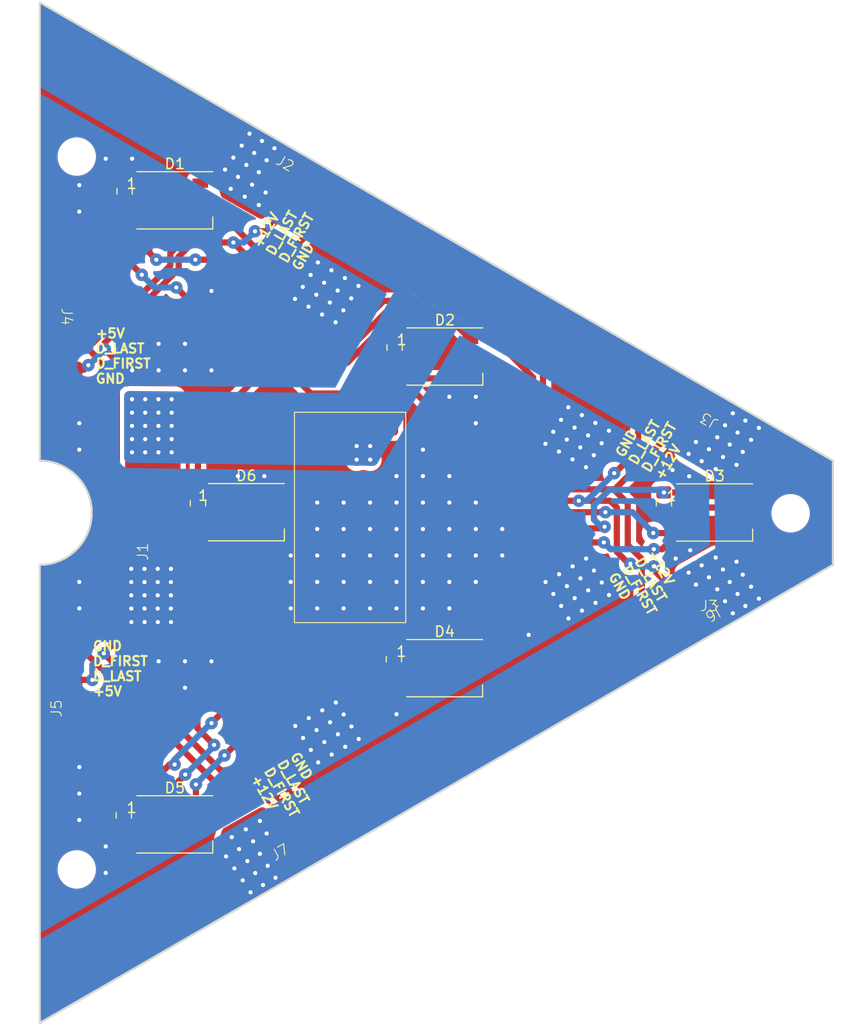
<source format=kicad_pcb>
(kicad_pcb (version 20221018) (generator pcbnew)
  (layers (0 "F.Cu" signal) (31 "B.Cu" signal) (34 "B.Paste" user) (35 "F.Paste" user) (36 "B.SilkS" user "B.Silkscreen") (37 "F.SilkS" user "F.Silkscreen") (38 "B.Mask" user) (39 "F.Mask" user) (44 "Edge.Cuts" user))
  (net 0 "")
  (net 1 "+5V")
  (net 2 "GND")
  (net 3 "+12V")
  (net 5 "/D_12")
  (net 6 "/D_FIRST")
  (net 7 "/D_23")
  (net 8 "/D_34")
  (net 9 "/D_45")
  (net 10 "/D_LAST")
  (net 11 "/D_56")
  (footprint "--local:4_pin_solder_pad" (layer "F.Cu") (at 72.4 99.14 90)
    (fp_text reference "J1")
    (fp_text value "Conn_EXT")
  )
  (footprint "--local:5v buck" (layer "F.Cu") (at 86.47 85.75)
    (fp_text reference "Buck1")
    (fp_text value "~" hide)
  )
  (footprint "MountingHole:MountingHole_3.2mm_M3" (layer "F.Cu") (at 134.15 95.45)
    (fp_text reference "H2")
    (fp_text value "MountingHole")
  )
  (footprint "--local:4_pin_solder_pad" (layer "F.Cu") (at 85.325591 62.285 -30)
    (fp_text reference "J2")
    (fp_text value "Conn_E1_M")
  )
  (footprint "MountingHole:MountingHole_3.2mm_M3" (layer "F.Cu") (at 65.55 61.2)
    (fp_text reference "H1")
    (fp_text value "MountingHole")
  )
  (footprint "Capacitor_SMD:C_0805_2012Metric_Pad1.18x1.45mm_HandSolder" (layer "F.Cu") (at 121.975 94.4875 -90)
    (fp_text reference "C3")
    (fp_text value "100n")
  )
  (footprint "LED_SMD:LED_WS2812B_PLCC4_5.0x5.0mm_P3.2mm" (layer "F.Cu") (at 100.9 110.325)
    (fp_text reference "D4")
    (fp_text value "WS2812B")
  )
  (footprint "LED_SMD:LED_WS2812B_PLCC4_5.0x5.0mm_P3.2mm" (layer "F.Cu") (at 126.85 95.375)
    (fp_text reference "D3")
    (fp_text value "WS2812B")
  )
  (footprint "--local:4_pin_solder_pad" (layer "F.Cu") (at 126.574705 86.12 150)
    (fp_text reference "J3")
    (fp_text value "Conn_E1_F")
  )
  (footprint "LED_SMD:LED_WS2812B_PLCC4_5.0x5.0mm_P3.2mm" (layer "F.Cu") (at 100.925 80.4)
    (fp_text reference "D2")
    (fp_text value "WS2812B")
  )
  (footprint "LED_SMD:LED_WS2812B_PLCC4_5.0x5.0mm_P3.2mm" (layer "F.Cu") (at 74.975 65.4)
    (fp_text reference "D1")
    (fp_text value "WS2812B")
  )
  (footprint "--local:4_pin_solder_pad" (layer "F.Cu") (at 64.1 114.19 90)
    (fp_text reference "J5")
    (fp_text value "Conn_OTH_F")
  )
  (footprint "--local:4_pin_solder_pad" (layer "F.Cu") (at 126.55 104.65 -150)
    (fp_text reference "J6")
    (fp_text value "Conn_E2_F")
  )
  (footprint "--local:4_pin_solder_pad" (layer "F.Cu") (at 64.1 76.575 -90)
    (fp_text reference "J4")
    (fp_text value "Conn_OTH_M")
  )
  (footprint "LED_SMD:LED_WS2812B_PLCC4_5.0x5.0mm_P3.2mm" (layer "F.Cu") (at 74.975 125.325)
    (fp_text reference "D5")
    (fp_text value "WS2812B")
  )
  (footprint "--local:4_pin_solder_pad" (layer "F.Cu") (at 85.325591 128.44 30)
    (fp_text reference "J7")
    (fp_text value "Conn_E2_M")
  )
  (footprint "Capacitor_SMD:C_0805_2012Metric_Pad1.18x1.45mm_HandSolder" (layer "F.Cu") (at 96.025 109.4625 -90)
    (fp_text reference "C4")
    (fp_text value "100n")
  )
  (footprint "Capacitor_SMD:C_0805_2012Metric_Pad1.18x1.45mm_HandSolder" (layer "F.Cu") (at 70.15 64.5375 -90)
    (fp_text reference "C1")
    (fp_text value "100n")
  )
  (footprint "LED_SMD:LED_WS2812B_PLCC4_5.0x5.0mm_P3.2mm" (layer "F.Cu") (at 81.85 95.35)
    (fp_text reference "D6")
    (fp_text value "WS2812B")
  )
  (footprint "MountingHole:MountingHole_3.2mm_M3" (layer "F.Cu") (at 65.55 129.65)
    (fp_text reference "H3")
    (fp_text value "MountingHole")
  )
  (footprint "Capacitor_SMD:C_0805_2012Metric_Pad1.18x1.45mm_HandSolder" (layer "F.Cu") (at 70.075 124.4625 -90)
    (fp_text reference "C5")
    (fp_text value "100n")
  )
  (footprint "Capacitor_SMD:C_0805_2012Metric_Pad1.18x1.45mm_HandSolder" (layer "F.Cu") (at 96.1 79.5375 -90)
    (fp_text reference "C2")
    (fp_text value "100n")
  )
  (footprint "Capacitor_SMD:C_0805_2012Metric_Pad1.18x1.45mm_HandSolder" (layer "F.Cu") (at 77.2 94.4875 -90)
    (fp_text reference "C6")
    (fp_text value "100n")
  )
  (gr_line (start 62 46.4) (end 62 90.4) (stroke (width 0.2)) (layer "Edge.Cuts"))
  (gr_line (start 62 100.4) (end 62 144.4) (stroke (width 0.2)) (layer "Edge.Cuts"))
  (gr_arc (start 62 90.4) (mid 67 95.4) (end 62 100.4) (stroke (width 0.2)) (layer "Edge.Cuts"))
  (gr_line (start 138.210236 90.4) (end 62 46.4) (stroke (width 0.2)) (layer "Edge.Cuts"))
  (gr_line (start 62 144.4) (end 138.210236 100.4) (stroke (width 0.2)) (layer "Edge.Cuts"))
  (gr_line (start 138.210236 100.4) (end 138.210236 90.4) (stroke (width 0.2)) (layer "Edge.Cuts"))
  (gr_text "GND\nD_LAST\nD_FIRST\n+12V" (at 84.5 119.5 300) (layer "F.SilkS") (effects (font (size 0.9 0.9) (thickness 0.2) bold) (justify left)))
  (gr_text "+12V\nD_LAST\nD_FIRST\nGND" (at 84.675 71.025 60) (layer "F.SilkS") (effects (font (size 0.9 0.9) (thickness 0.2) bold) (justify left)))
  (gr_text "+12V\nD_LAST\nD_FIRST\nGND" (at 118.85 100.075 300) (layer "F.SilkS") (effects (font (size 0.9 0.9) (thickness 0.2) bold) (justify left)))
  (gr_text "J3" (at 126.324705 104.346987) (layer "F.SilkS") (effects (font (size 1 1) (thickness 0.1))))
  (gr_text "GND\nD_FIRST\nD_LAST\n+5V" (at 67 110.375) (layer "F.SilkS") (effects (font (size 0.9 0.9) (thickness 0.2) bold) (justify left)))
  (gr_text "+5V\nD_LAST\nD_FIRST\nGND" (at 67.275 80.35) (layer "F.SilkS") (effects (font (size 0.9 0.9) (thickness 0.2) bold) (justify left)))
  (gr_text "GND\nD_LAST\nD_FIRST\n+12V" (at 119.525 91.125 60) (layer "F.SilkS") (effects (font (size 0.9 0.9) (thickness 0.2) bold) (justify left)))
  (segment (start 70.15 63.5) (end 72.275 63.5) (width 0.6) (layer "F.Cu") (net 1))
  (segment (start 124.125 93.45) (end 124.4 93.725) (width 0.6) (layer "F.Cu") (net 1))
  (segment (start 94.15 81.95) (end 94.15 79.95) (width 0.6) (layer "F.Cu") (net 1))
  (segment (start 77.2 93.45) (end 79.15 93.45) (width 0.6) (layer "F.Cu") (net 1))
  (segment (start 86.1 82) (end 88.05 83.95) (width 0.6) (layer "F.Cu") (net 1))
  (segment (start 83.3 81.95) (end 83.35 82) (width 0.6) (layer "F.Cu") (net 1))
  (segment (start 98.225 78.5) (end 98.475 78.75) (width 0.6) (layer "F.Cu") (net 1))
  (segment (start 74.472275 119.577725) (end 72.525 121.525) (width 0.6) (layer "F.Cu") (net 1))
  (segment (start 83.35 82) (end 86.1 82) (width 0.6) (layer "F.Cu") (net 1))
  (segment (start 88.05 83.95) (end 92.15 83.95) (width 0.6) (layer "F.Cu") (net 1))
  (segment (start 68.15 68.9) (end 67.05 70) (width 0.6) (layer "F.Cu") (net 1))
  (segment (start 96.025 108.425) (end 85.675 108.425) (width 0.6) (layer "F.Cu") (net 1))
  (segment (start 72.275 123.425) (end 72.525 123.675) (width 0.6) (layer "F.Cu") (net 1))
  (segment (start 85.675 108.425) (end 78.5 115.6) (width 0.6) (layer "F.Cu") (net 1))
  (segment (start 65.19 114.19) (end 64.1 114.19) (width 0.6) (layer "F.Cu") (net 1))
  (segment (start 96.025 108.425) (end 98.2 108.425) (width 0.6) (layer "F.Cu") (net 1))
  (segment (start 70.15 63.55) (end 70.15 63.5) (width 0.6) (layer "F.Cu") (net 1))
  (segment (start 95.6 78.5) (end 96.1 78.5) (width 0.6) (layer "F.Cu") (net 1))
  (segment (start 111.125 96.9) (end 98.025 83.8) (width 0.6) (layer "F.Cu") (net 1))
  (segment (start 83.3 81.95) (end 75.118149 73.768149) (width 0.6) (layer "F.Cu") (net 1))
  (segment (start 70.075 123.425) (end 72.275 123.425) (width 0.6) (layer "F.Cu") (net 1))
  (segment (start 112.45 96.9) (end 111.85 96.9) (width 0.6) (layer "F.Cu") (net 1))
  (segment (start 98.2 108.425) (end 98.45 108.675) (width 0.6) (layer "F.Cu") (net 1))
  (segment (start 100.075 108.675) (end 98.45 108.675) (width 0.6) (layer "F.Cu") (net 1))
  (segment (start 88.05 83.95) (end 88.05 86.85) (width 0.6) (layer "F.Cu") (net 1))
  (segment (start 96.1 78.5) (end 98.225 78.5) (width 0.6) (layer "F.Cu") (net 1))
  (segment (start 72.525 121.525) (end 72.525 123.675) (width 0.6) (layer "F.Cu") (net 1))
  (segment (start 72.275 63.5) (end 72.525 63.75) (width 0.6) (layer "F.Cu") (net 1))
  (segment (start 79.15 93.45) (end 79.4 93.7) (width 0.6) (layer "F.Cu") (net 1))
  (segment (start 74.957848 119.577725) (end 74.472275 119.577725) (width 0.6) (layer "F.Cu") (net 1))
  (segment (start 67.05 74.15) (end 64.625 76.575) (width 0.6) (layer "F.Cu") (net 1))
  (segment (start 94.15 79.95) (end 95.6 78.5) (width 0.6) (layer "F.Cu") (net 1))
  (segment (start 116.124284 96.9) (end 111.125 96.9) (width 0.6) (layer "F.Cu") (net 1))
  (segment (start 111.85 96.9) (end 100.075 108.675) (width 0.6) (layer "F.Cu") (net 1))
  (segment (start 68.15 68.9) (end 68.15 65.55) (width 0.6) (layer "F.Cu") (net 1))
  (segment (start 71.8 72.55) (end 68.15 68.9) (width 0.6) (layer "F.Cu") (net 1))
  (segment (start 121.975 93.45) (end 124.125 93.45) (width 0.6) (layer "F.Cu") (net 1))
  (segment (start 77.2 88.05) (end 77.2 93.45) (width 0.6) (layer "F.Cu") (net 1))
  (segment (start 83.3 81.95) (end 77.2 88.05) (width 0.6) (layer "F.Cu") (net 1))
  (segment (start 72.525 121.525) (end 65.19 114.19) (width 0.6) (layer "F.Cu") (net 1))
  (segment (start 64.625 76.575) (end 64.1 76.575) (width 0.6) (layer "F.Cu") (net 1))
  (segment (start 68.15 65.55) (end 70.15 63.55) (width 0.6) (layer "F.Cu") (net 1))
  (segment (start 92.15 83.95) (end 94.15 81.95) (width 0.6) (layer "F.Cu") (net 1))
  (segment (start 98.025 83.8) (end 96 83.8) (width 0.6) (layer "F.Cu") (net 1))
  (segment (start 67.05 70) (end 67.05 74.15) (width 0.6) (layer "F.Cu") (net 1))
  (segment (start 116.276677 96.747607) (end 116.124284 96.9) (width 0.6) (layer "F.Cu") (net 1))
  (segment (start 96 83.8) (end 94.15 81.95) (width 0.6) (layer "F.Cu") (net 1))
  (via (at 74.957848 119.577725) (size 1.2) (drill 0.4) (layers "F.Cu" "B.Cu") (net 1))
  (via (at 78.5 115.6) (size 1.2) (drill 0.4) (layers "F.Cu" "B.Cu") (net 1))
  (via (at 71.8 72.55) (size 1.2) (drill 0.4) (layers "F.Cu" "B.Cu") (net 1))
  (via (at 116.276677 96.747607) (size 1.2) (drill 0.4) (layers "F.Cu" "B.Cu") (net 1))
  (via (at 75.118149 73.768149) (size 1.2) (drill 0.4) (layers "F.Cu" "B.Cu") (net 1))
  (via (at 121.975 93.45) (size 1.2) (drill 0.4) (layers "F.Cu" "B.Cu") (net 1))
  (segment (start 115.25 94.68187) (end 115.25 96.05) (width 0.6) (layer "B.Cu") (net 1))
  (segment (start 73.018149 73.768149) (end 71.8 72.55) (width 0.6) (layer "B.Cu") (net 1))
  (segment (start 116.73187 93.2) (end 115.25 94.68187) (width 0.6) (layer "B.Cu") (net 1))
  (segment (start 115.25 96.05) (end 115.947607 96.747607) (width 0.6) (layer "B.Cu") (net 1))
  (segment (start 121.725 93.2) (end 116.73187 93.2) (width 0.6) (layer "B.Cu") (net 1))
  (segment (start 74.957848 119.577725) (end 74.957848 119.092152) (width 0.6) (layer "B.Cu") (net 1))
  (segment (start 75.118149 73.768149) (end 73.018149 73.768149) (width 0.6) (layer "B.Cu") (net 1))
  (segment (start 115.947607 96.747607) (end 116.276677 96.747607) (width 0.6) (layer "B.Cu") (net 1))
  (segment (start 78.45 115.6) (end 78.5 115.6) (width 0.6) (layer "B.Cu") (net 1))
  (segment (start 74.957848 119.092152) (end 78.45 115.6) (width 0.6) (layer "B.Cu") (net 1))
  (segment (start 121.975 93.45) (end 121.725 93.2) (width 0.6) (layer "B.Cu") (net 1))
  (via (at 89.123872 76.365286) (size 1.2) (drill 0.4) (layers "F.Cu" "B.Cu") (net 2))
  (via (at 75.95675 109.664218) (size 1.2) (drill 0.4) (layers "F.Cu" "B.Cu") (net 2))
  (via (at 98.81675 96.964218) (size 1.2) (drill 0.4) (layers "F.Cu" "B.Cu") (net 2))
  (via (at 65.79675 66.484218) (size 1.2) (drill 0.4) (layers "F.Cu" "B.Cu") (net 2))
  (via (at 73.33 102.06) (size 1.2) (drill 0.4) (layers "F.Cu" "B.Cu") (net 2))
  (via (at 65.79675 122.364218) (size 1.2) (drill 0.4) (layers "F.Cu" "B.Cu") (net 2))
  (via (at 70.87675 61.404218) (size 1.2) (drill 0.4) (layers "F.Cu" "B.Cu") (net 2))
  (via (at 78.49675 109.664218) (size 1.2) (drill 0.4) (layers "F.Cu" "B.Cu") (net 2))
  (via (at 103.89675 94.424218) (size 1.2) (drill 0.4) (layers "F.Cu" "B.Cu") (net 2))
  (via (at 74.61 105.9) (size 1.2) (drill 0.4) (layers "F.Cu" "B.Cu") (net 2))
  (via (at 75.95675 112.204218) (size 1.2) (drill 0.4) (layers "F.Cu" "B.Cu") (net 2))
  (via (at 124.5 99) (size 1.2) (drill 0.4) (layers "F.Cu" "B.Cu") (net 2))
  (via (at 114.48926 91.025301) (size 1.2) (drill 0.4) (layers "F.Cu" "B.Cu") (net 2))
  (via (at 112.63926 88.375301) (size 1.2) (drill 0.4) (layers "F.Cu" "B.Cu") (net 2))
  (via (at 122.8 91.3) (size 1.2) (drill 0.4) (layers "F.Cu" "B.Cu") (net 2))
  (via (at 90.046657 118.622142) (size 1.2) (drill 0.4) (layers "F.Cu" "B.Cu") (net 2))
  (via (at 106.43675 96.964218) (size 1.2) (drill 0.4) (layers "F.Cu" "B.Cu") (net 2))
  (via (at 86.523872 74.865286) (size 1.2) (drill 0.4) (layers "F.Cu" "B.Cu") (net 2))
  (via (at 87.273872 73.715286) (size 1.2) (drill 0.4) (layers "F.Cu" "B.Cu") (net 2))
  (via (at 88.723872 71.365286) (size 1.2) (drill 0.4) (layers "F.Cu" "B.Cu") (net 2))
  (via (at 93.73675 94.424218) (size 1.2) (drill 0.4) (layers "F.Cu" "B.Cu") (net 2))
  (via (at 96.27675 99.504218) (size 1.2) (drill 0.4) (layers "F.Cu" "B.Cu") (net 2))
  (via (at 91.946657 115.922142) (size 1.2) (drill 0.4) (layers "F.Cu" "B.Cu") (net 2))
  (via (at 92.623872 73.615286) (size 1.2) (drill 0.4) (layers "F.Cu" "B.Cu") (net 2))
  (via (at 101.35675 91.884218) (size 1.2) (drill 0.4) (layers "F.Cu" "B.Cu") (net 2))
  (via (at 110.58926 88.775301) (size 1.2) (drill 0.4) (layers "F.Cu" "B.Cu") (net 2))
  (via (at 101.35675 102.044218) (size 1.2) (drill 0.4) (layers "F.Cu" "B.Cu") (net 2))
  (via (at 88.65675 96.964218) (size 1.2) (drill 0.4) (layers "F.Cu" "B.Cu") (net 2))
  (via (at 93.73675 102.044218) (size 1.2) (drill 0.4) (layers "F.Cu" "B.Cu") (net 2))
  (via (at 81.03675 91.884218) (size 1.2) (drill 0.4) (layers "F.Cu" "B.Cu") (net 2))
  (via (at 113.4 103.6) (size 1.2) (drill 0.4) (layers "F.Cu" "B.Cu") (net 2))
  (via (at 115.23926 89.875301) (size 1.2) (drill 0.4) (layers "F.Cu" "B.Cu") (net 2))
  (via (at 91.19675 104.584218) (size 1.2) (drill 0.4) (layers "F.Cu" "B.Cu") (net 2))
  (via (at 68.33675 127.444218) (size 1.2) (drill 0.4) (layers "F.Cu" "B.Cu") (net 2))
  (via (at 101.35675 104.584218) (size 1.2) (drill 0.4) (layers "F.Cu" "B.Cu") (net 2))
  (via (at 113.95 101.7) (size 1.2) (drill 0.4) (layers "F.Cu" "B.Cu") (net 2))
  (via (at 98.81675 102.044218) (size 1.2) (drill 0.4) (layers "F.Cu" "B.Cu") (net 2))
  (via (at 101.35675 84.264218) (size 1.2) (drill 0.4) (layers "F.Cu" "B.Cu") (net 2))
  (via (at 91.346657 117.872142) (size 1.2) (drill 0.4) (layers "F.Cu" "B.Cu") (net 2))
  (via (at 114.1 104.8) (size 1.2) (drill 0.4) (layers "F.Cu" "B.Cu") (net 2))
  (via (at 72.07 105.9) (size 1.2) (drill 0.4) (layers "F.Cu" "B.Cu") (net 2))
  (via (at 116.7 103.3) (size 1.2) (drill 0.4) (layers "F.Cu" "B.Cu") (net 2))
  (via (at 68.33675 129.984218) (size 1.2) (drill 0.4) (layers "F.Cu" "B.Cu") (net 2))
  (via (at 88.65675 104.584218) (size 1.2) (drill 0.4) (layers "F.Cu" "B.Cu") (net 2))
  (via (at 112.1 104.35) (size 1.2) (drill 0.4) (layers "F.Cu" "B.Cu") (net 2))
  (via (at 70.87675 81.724218) (size 1.2) (drill 0.4) (layers "F.Cu" "B.Cu") (net 2))
  (via (at 65.79675 124.904218) (size 1.2) (drill 0.4) (layers "F.Cu" "B.Cu") (net 2))
  (via (at 98.81675 94.424218) (size 1.2) (drill 0.4) (layers "F.Cu" "B.Cu") (net 2))
  (via (at 114.5 99.8) (size 1.2) (drill 0.4) (layers "F.Cu" "B.Cu") (net 2))
  (via (at 89.896657 115.522142) (size 1.2) (drill 0.4) (layers "F.Cu" "B.Cu") (net 2))
  (via (at 75.95675 79.184218) (size 1.2) (drill 0.4) (layers "F.Cu" "B.Cu") (net 2))
  (via (at 86.11675 104.584218) (size 1.2) (drill 0.4) (layers "F.Cu" "B.Cu") (net 2))
  (via (at 91.19675 94.424218) (size 1.2) (drill 0.4) (layers "F.Cu" "B.Cu") (net 2))
  (via (at 116.68926 87.525301) (size 1.2) (drill 0.4) (layers "F.Cu" "B.Cu") (net 2))
  (via (at 74.6 104.6) (size 1.2) (drill 0.4) (layers "F.Cu" "B.Cu") (net 2))
  (via (at 65.79675 86.804218) (size 1.2) (drill 0.4) (layers "F.Cu" "B.Cu") (net 2))
  (via (at 65.79675 89.344218) (size 1.2) (drill 0.4) (layers "F.Cu" "B.Cu") (net 2))
  (via (at 73.33 100.79) (size 1.2) (drill 0.4) (layers "F.Cu" "B.Cu") (net 2))
  (via (at 88.573872 74.465286) (size 1.2) (drill 0.4) (layers "F.Cu" "B.Cu") (net 2))
  (via (at 90.423872 77.115286) (size 1.2) (drill 0.4) (layers "F.Cu" "B.Cu") (net 2))
  (via (at 87.823872 75.615286) (size 1.2) (drill 0.4) (layers "F.Cu" "B.Cu") (net 2))
  (via (at 103.89675 84.264218) (size 1.2) (drill 0.4) (layers "F.Cu" "B.Cu") (net 2))
  (via (at 88.65675 94.424218) (size 1.2) (drill 0.4) (layers "F.Cu" "B.Cu") (net 2))
  (via (at 68.33675 61.404218) (size 1.2) (drill 0.4) (layers "F.Cu" "B.Cu") (net 2))
  (via (at 101.35675 99.504218) (size 1.2) (drill 0.4) (layers "F.Cu" "B.Cu") (net 2))
  (via (at 110.6 102.05) (size 1.2) (drill 0.4) (layers "F.Cu" "B.Cu") (net 2))
  (via (at 115.38926 86.775301) (size 1.2) (drill 0.4) (layers "F.Cu" "B.Cu") (net 2))
  (via (at 87.296657 117.022142) (size 1.2) (drill 0.4) (layers "F.Cu" "B.Cu") (net 2))
  (via (at 111.35 103.2) (size 1.2) (drill 0.4) (layers "F.Cu" "B.Cu") (net 2))
  (via (at 106.43675 99.504218) (size 1.2) (drill 0.4) (layers "F.Cu" "B.Cu") (net 2))
  (via (at 90.446657 113.622142) (size 1.2) (drill 0.4) (layers "F.Cu" "B.Cu") (net 2))
  (via (at 103.89675 99.504218) (size 1.2) (drill 0.4) (layers "F.Cu" "B.Cu") (net 2))
  (via (at 90.023872 72.115286) (size 1.2) (drill 0.4) (layers "F.Cu" "B.Cu") (net 2))
  (via (at 114.08926 86.025301) (size 1.2) (drill 0.4) (layers "F.Cu" "B.Cu") (net 2))
  (via (at 86.11675 102.044218) (size 1.2) (drill 0.4) (layers "F.Cu" "B.Cu") (net 2))
  (via (at 89.873872 75.215286) (size 1.2) (drill 0.4) (layers "F.Cu" "B.Cu") (net 2))
  (via (at 115.4 104.05) (size 1.2) (drill 0.4) (layers "F.Cu" "B.Cu") (net 2))
  (via (at 89.146657 114.372142) (size 1.2) (drill 0.4) (layers "F.Cu" "B.Cu") (net 2))
  (via (at 112.08926 86.475301) (size 1.2) (drill 0.4) (layers "F.Cu" "B.Cu") (net 2))
  (via (at 113.2 100.55) (size 1.2) (drill 0.4) (layers "F.Cu" "B.Cu") (net 2))
  (via (at 124.4 91.9) (size 1.2) (drill 0.4) (layers "F.Cu" "B.Cu") (net 2))
  (via (at 93.73675 96.964218) (size 1.2) (drill 0.4) (layers "F.Cu" "B.Cu") (net 2))
  (via (at 88.746657 119.372142) (size 1.2) (drill 0.4) (layers "F.Cu" "B.Cu") (net 2))
  (via (at 88.65675 99.504218) (size 1.2) (drill 0.4) (layers "F.Cu" "B.Cu") (net 2))
  (via (at 108.97675 107.124218) (size 1.2) (drill 0.4) (layers "F.Cu" "B.Cu") (net 2))
  (via (at 65.79675 104.584218) (size 1.2) (drill 0.4) (layers "F.Cu" "B.Cu") (net 2))
  (via (at 98.81675 99.504218) (size 1.2) (drill 0.4) (layers "F.Cu" "B.Cu") (net 2))
  (via (at 114.7 102.85) (size 1.2) (drill 0.4) (layers "F.Cu" "B.Cu") (net 2))
  (via (at 72.06 102.06) (size 1.2) (drill 0.4) (layers "F.Cu" "B.Cu") (net 2))
  (via (at 91.923872 74.815286) (size 1.2) (drill 0.4) (layers "F.Cu" "B.Cu") (net 2))
  (via (at 86.546657 115.872142) (size 1.2) (drill 0.4) (layers "F.Cu" "B.Cu") (net 2))
  (via (at 72.06 103.33) (size 1.2) (drill 0.4) (layers "F.Cu" "B.Cu") (net 2))
  (via (at 91.173872 75.965286) (size 1.2) (drill 0.4) (layers "F.Cu" "B.Cu") (net 2))
  (via (at 90.646657 116.672142) (size 1.2) (drill 0.4) (layers "F.Cu" "B.Cu") (net 2))
  (via (at 89.323872 73.315286) (size 1.2) (drill 0.4) (layers "F.Cu" "B.Cu") (net 2))
  (via (at 87.846657 115.122142) (size 1.2) (drill 0.4) (layers "F.Cu" "B.Cu") (net 2))
  (via (at 111.33926 87.625301) (size 1.2) (drill 0.4) (layers "F.Cu" "B.Cu") (net 2))
  (via (at 113.38926 87.225301) (size 1.2) (drill 0.4) (layers "F.Cu" "B.Cu") (net 2))
  (via (at 111.88926 89.525301) (size 1.2) (drill 0.4) (layers "F.Cu" "B.Cu") (net 2))
  (via (at 65.79675 102.044218) (size 1.2) (drill 0.4) (layers "F.Cu" "B.Cu") (net 2))
  (via (at 73.41675 81.724218) (size 1.2) (drill 0.4) (layers "F.Cu" "B.Cu") (net 2))
  (via (at 73.34 105.9) (size 1.2) (drill 0.4) (layers "F.Cu" "B.Cu") (net 2))
  (via (at 65.79675 63.944218) (size 1.2) (drill 0.4) (layers "F.Cu" "B.Cu") (net 2))
  (via (at 70.79 103.33) (size 1.2) (drill 0.4) (layers "F.Cu" "B.Cu") (net 2))
  (via (at 88.65675 102.044218) (size 1.2) (drill 0.4) (layers "F.Cu" "B.Cu") (net 2))
  (via (at 114.68926 87.975301) (size 1.2) (drill 0.4) (layers "F.Cu" "B.Cu") (net 2))
  (via (at 112.78926 85.275301) (size 1.2) (drill 0.4) (layers "F.Cu" "B.Cu") (net 2))
  (via (at 115.98926 88.725301) (size 1.2) (drill 0.4) (layers "F.Cu" "B.Cu") (net 2))
  (via (at 70.79 104.6) (size 1.2) (drill 0.4) (layers "F.Cu" "B.Cu") (net 2))
  (via (at 101.35675 96.964218) (size 1.2) (drill 0.4) (layers "F.Cu" "B.Cu") (net 2))
  (via (at 93.73675 104.584218) (size 1.2) (drill 0.4) (layers "F.Cu" "B.Cu") (net 2))
  (via (at 103.89675 86.804218) (size 1.2) (drill 0.4) (layers "F.Cu" "B.Cu") (net 2))
  (via (at 88.596657 116.272142) (size 1.2) (drill 0.4) (layers "F.Cu" "B.Cu") (net 2))
  (via (at 70.8 105.9) (size 1.2) (drill 0.4) (layers "F.Cu" "B.Cu") (net 2))
  (via (at 96.27675 91.884218) (size 1.2) (drill 0.4) (layers "F.Cu" "B.Cu") (net 2))
  (via (at 73.33 103.33) (size 1.2) (drill 0.4) (layers "F.Cu" "B.Cu") (net 2))
  (via (at 91.19675 99.504218) (size 1.2) (drill 0.4) (layers "F.Cu" "B.Cu") (net 2))
  (via (at 115.25 100.95) (size 1.2) (drill 0.4) (layers "F.Cu" "B.Cu") (net 2))
  (via (at 70.79 100.79) (size 1.2) (drill 0.4) (layers "F.Cu" "B.Cu") (net 2))
  (via (at 73.33 104.6) (size 1.2) (drill 0.4) (layers "F.Cu" "B.Cu") (net 2))
  (via (at 78.49675 74.104218) (size 1.2) (drill 0.4) (layers "F.Cu" "B.Cu") (net 2))
  (via (at 91.19675 102.044218) (size 1.2) (drill 0.4) (layers "F.Cu" "B.Cu") (net 2))
  (via (at 91.19675 96.964218) (size 1.2) (drill 0.4) (layers "F.Cu" "B.Cu") (net 2))
  (via (at 98.81675 89.344218) (size 1.2) (drill 0.4) (layers "F.Cu" "B.Cu") (net 2))
  (via (at 65.79675 119.824218) (size 1.2) (drill 0.4) (layers "F.Cu" "B.Cu") (net 2))
  (via (at 103.89675 102.044218) (size 1.2) (drill 0.4) (layers "F.Cu" "B.Cu") (net 2))
  (via (at 96.27675 104.584218) (size 1.2) (drill 0.4) (layers "F.Cu" "B.Cu") (net 2))
  (via (at 96.27675 102.044218) (size 1.2) (drill 0.4) (layers "F.Cu" "B.Cu") (net 2))
  (via (at 112.8 105.55) (size 1.2) (drill 0.4) (layers "F.Cu" "B.Cu") (net 2))
  (via (at 75.95675 81.724218) (size 1.2) (drill 0.4) (layers "F.Cu" "B.Cu") (net 2))
  (via (at 112.65 102.45) (size 1.2) (drill 0.4) (layers "F.Cu" "B.Cu") (net 2))
  (via (at 74.6 103.33) (size 1.2) (drill 0.4) (layers "F.Cu" "B.Cu") (net 2))
  (via (at 88.046657 118.172142) (size 1.2) (drill 0.4) (layers "F.Cu" "B.Cu") (net 2))
  (via (at 98.81675 91.884218) (size 1.2) (drill 0.4) (layers "F.Cu" "B.Cu") (net 2))
  (via (at 90.623872 74.065286) (size 1.2) (drill 0.4) (layers "F.Cu" "B.Cu") (net 2))
  (via (at 72.06 104.6) (size 1.2) (drill 0.4) (layers "F.Cu" "B.Cu") (net 2))
  (via (at 73.41675 109.664218) (size 1.2) (drill 0.4) (layers "F.Cu" "B.Cu") (net 2))
  (via (at 96.27675 94.424218) (size 1.2) (drill 0.4) (layers "F.Cu" "B.Cu") (net 2))
  (via (at 78.49675 81.724218) (size 1.2) (drill 0.4) (layers "F.Cu" "B.Cu") (net 2))
  (via (at 86.11675 99.504218) (size 1.2) (drill 0.4) (layers "F.Cu" "B.Cu") (net 2))
  (via (at 103.89675 96.964218) (size 1.2) (drill 0.4) (layers "F.Cu" "B.Cu") (net 2))
  (via (at 88.023872 72.565286) (size 1.2) (drill 0.4) (layers "F.Cu" "B.Cu") (net 2))
  (via (at 83.57675 91.884218) (size 1.2) (drill 0.4) (layers "F.Cu" "B.Cu") (net 2))
  (via (at 123.1 99.8) (size 1.2) (drill 0.4) (layers "F.Cu" "B.Cu") (net 2))
  (via (at 92.646657 117.122142) (size 1.2) (drill 0.4) (layers "F.Cu" "B.Cu") (net 2))
  (via (at 98.81675 104.584218) (size 1.2) (drill 0.4) (layers "F.Cu" "B.Cu") (net 2))
  (via (at 72.06 100.79) (size 1.2) (drill 0.4) (layers "F.Cu" "B.Cu") (net 2))
  (via (at 74.6 100.79) (size 1.2) (drill 0.4) (layers "F.Cu" "B.Cu") (net 2))
  (via (at 96.27675 96.964218) (size 1.2) (drill 0.4) (layers "F.Cu" "B.Cu") (net 2))
  (via (at 89.346657 117.422142) (size 1.2) (drill 0.4) (layers "F.Cu" "B.Cu") (net 2))
  (via (at 91.323872 72.865286) (size 1.2) (drill 0.4) (layers "F.Cu" "B.Cu") (net 2))
  (via (at 101.35675 94.424218) (size 1.2) (drill 0.4) (layers "F.Cu" "B.Cu") (net 2))
  (via (at 91.196657 114.772142) (size 1.2) (drill 0.4) (layers "F.Cu" "B.Cu") (net 2))
  (via (at 116 102.1) (size 1.2) (drill 0.4) (layers "F.Cu" "B.Cu") (net 2))
  (via (at 96.27675 114.744218) (size 1.2) (drill 0.4) (layers "F.Cu" "B.Cu") (net 2))
  (via (at 113.18926 90.275301) (size 1.2) (drill 0.4) (layers "F.Cu" "B.Cu") (net 2))
  (via (at 93.73675 99.504218) (size 1.2) (drill 0.4) (layers "F.Cu" "B.Cu") (net 2))
  (via (at 74.6 102.06) (size 1.2) (drill 0.4) (layers "F.Cu" "B.Cu") (net 2))
  (via (at 70.79 102.06) (size 1.2) (drill 0.4) (layers "F.Cu" "B.Cu") (net 2))
  (via (at 73.41675 79.184218) (size 1.2) (drill 0.4) (layers "F.Cu" "B.Cu") (net 2))
  (via (at 111.9 101.3) (size 1.2) (drill 0.4) (layers "F.Cu" "B.Cu") (net 2))
  (via (at 113.93926 89.125301) (size 1.2) (drill 0.4) (layers "F.Cu" "B.Cu") (net 2))
  (via (at 93.75 89) (size 1.2) (drill 0.4) (layers "F.Cu" "B.Cu") (net 3))
  (via (at 70.86 89.6) (size 1.2) (drill 0.4) (layers "F.Cu" "B.Cu") (net 3))
  (via (at 73.4 88.33) (size 1.2) (drill 0.4) (layers "F.Cu" "B.Cu") (net 3))
  (via (at 128.95 90.8) (size 1.2) (drill 0.4) (layers "F.Cu" "B.Cu") (net 3))
  (via (at 73.4 87.06) (size 1.2) (drill 0.4) (layers "F.Cu" "B.Cu") (net 3))
  (via (at 70.86 85.79) (size 1.2) (drill 0.4) (layers "F.Cu" "B.Cu") (net 3))
  (via (at 83.45 131.15) (size 1.2) (drill 0.4) (layers "F.Cu" "B.Cu") (net 3))
  (via (at 93.75 90.3) (size 1.2) (drill 0.4) (layers "F.Cu" "B.Cu") (net 3))
  (via (at 127.65 90.05) (size 1.2) (drill 0.4) (layers "F.Cu" "B.Cu") (net 3))
  (via (at 128.3 88.85) (size 1.2) (drill 0.4) (layers "F.Cu" "B.Cu") (net 3))
  (via (at 129.8 104.35) (size 1.2) (drill 0.4) (layers "F.Cu" "B.Cu") (net 3))
  (via (at 82.15 59) (size 1.2) (drill 0.4) (layers "F.Cu" "B.Cu") (net 3))
  (via (at 126.95 91.2) (size 1.2) (drill 0.4) (layers "F.Cu" "B.Cu") (net 3))
  (via (at 131.1 87.25) (size 1.2) (drill 0.4) (layers "F.Cu" "B.Cu") (net 3))
  (via (at 74.67 85.79) (size 1.2) (drill 0.4) (layers "F.Cu" "B.Cu") (net 3))
  (via (at 128.95 100.1) (size 1.2) (drill 0.4) (layers "F.Cu" "B.Cu") (net 3))
  (via (at 83.8 61.55) (size 1.2) (drill 0.4) (layers "F.Cu" "B.Cu") (net 3))
  (via (at 83.15 128.15) (size 1.2) (drill 0.4) (layers "F.Cu" "B.Cu") (net 3))
  (via (at 83.7 64.65) (size 1.2) (drill 0.4) (layers "F.Cu" "B.Cu") (net 3))
  (via (at 127.1 102.75) (size 1.2) (drill 0.4) (layers "F.Cu" "B.Cu") (net 3))
  (via (at 126.3 89.3) (size 1.2) (drill 0.4) (layers "F.Cu" "B.Cu") (net 3))
  (via (at 82.25 131.85) (size 1.2) (drill 0.4) (layers "F.Cu" "B.Cu") (net 3))
  (via (at 81.85 62) (size 1.2) (drill 0.4) (layers "F.Cu" "B.Cu") (net 3))
  (via (at 70.86 87.06) (size 1.2) (drill 0.4) (layers "F.Cu" "B.Cu") (net 3))
  (via (at 129.05 103.2) (size 1.2) (drill 0.4) (layers "F.Cu" "B.Cu") (net 3))
  (via (at 70.86 84.5) (size 1.2) (drill 0.4) (layers "F.Cu" "B.Cu") (net 3))
  (via (at 92.45 89) (size 1.2) (drill 0.4) (layers "F.Cu" "B.Cu") (net 3))
  (via (at 130.35 102.5) (size 1.2) (drill 0.4) (layers "F.Cu" "B.Cu") (net 3))
  (via (at 81.7 65.05) (size 1.2) (drill 0.4) (layers "F.Cu" "B.Cu") (net 3))
  (via (at 125.05 88.6) (size 1.2) (drill 0.4) (layers "F.Cu" "B.Cu") (net 3))
  (via (at 72.13 84.5) (size 1.2) (drill 0.4) (layers "F.Cu" "B.Cu") (net 3))
  (via (at 83.05 65.85) (size 1.2) (drill 0.4) (layers "F.Cu" "B.Cu") (net 3))
  (via (at 129.8 86.55) (size 1.2) (drill 0.4) (layers "F.Cu" "B.Cu") (net 3))
  (via (at 124.35 89.75) (size 1.2) (drill 0.4) (layers "F.Cu" "B.Cu") (net 3))
  (via (at 82.4 63.9) (size 1.2) (drill 0.4) (layers "F.Cu" "B.Cu") (net 3))
  (via (at 83.35 59.7) (size 1.2) (drill 0.4) (layers "F.Cu" "B.Cu") (net 3))
  (via (at 126.3 101.6) (size 1.2) (drill 0.4) (layers "F.Cu" "B.Cu") (net 3))
  (via (at 92.45 90.3) (size 1.2) (drill 0.4) (layers "F.Cu" "B.Cu") (net 3))
  (via (at 128.6 105.05) (size 1.2) (drill 0.4) (layers "F.Cu" "B.Cu") (net 3))
  (via (at 70.86 88.33) (size 1.2) (drill 0.4) (layers "F.Cu" "B.Cu") (net 3))
  (via (at 72.13 89.6) (size 1.2) (drill 0.4) (layers "F.Cu" "B.Cu") (net 3))
  (via (at 80.35 64.3) (size 1.2) (drill 0.4) (layers "F.Cu" "B.Cu") (net 3))
  (via (at 73.4 89.6) (size 1.2) (drill 0.4) (layers "F.Cu" "B.Cu") (net 3))
  (via (at 74.67 87.06) (size 1.2) (drill 0.4) (layers "F.Cu" "B.Cu") (net 3))
  (via (at 74.67 88.33) (size 1.2) (drill 0.4) (layers "F.Cu" "B.Cu") (net 3))
  (via (at 72.13 87.06) (size 1.2) (drill 0.4) (layers "F.Cu" "B.Cu") (net 3))
  (via (at 127.1 88.15) (size 1.2) (drill 0.4) (layers "F.Cu" "B.Cu") (net 3))
  (via (at 127.65 100.85) (size 1.2) (drill 0.4) (layers "F.Cu" "B.Cu") (net 3))
  (via (at 125.05 102.3) (size 1.2) (drill 0.4) (layers "F.Cu" "B.Cu") (net 3))
  (via (at 81.8 125.8) (size 1.2) (drill 0.4) (layers "F.Cu" "B.Cu") (net 3))
  (via (at 79.9 128.4) (size 1.2) (drill 0.4) (layers "F.Cu" "B.Cu") (net 3))
  (via (at 126.95 99.7) (size 1.2) (drill 0.4) (layers "F.Cu" "B.Cu") (net 3))
  (via (at 128.6 85.85) (size 1.2) (drill 0.4) (layers "F.Cu" "B.Cu") (net 3))
  (via (at 129.05 87.7) (size 1.2) (drill 0.4) (layers "F.Cu" "B.Cu") (net 3))
  (via (at 73.4 85.79) (size 1.2) (drill 0.4) (layers "F.Cu" "B.Cu") (net 3))
  (via (at 81.5 130.7) (size 1.2) (drill 0.4) (layers "F.Cu" "B.Cu") (net 3))
  (via (at 128.3 102.05) (size 1.2) (drill 0.4) (layers "F.Cu" "B.Cu") (net 3))
  (via (at 84.65 130.45) (size 1.2) (drill 0.4) (layers "F.Cu" "B.Cu") (net 3))
  (via (at 129.55 101.35) (size 1.2) (drill 0.4) (layers "F.Cu" "B.Cu") (net 3))
  (via (at 125.6 90.45) (size 1.2) (drill 0.4) (layers "F.Cu" "B.Cu") (net 3))
  (via (at 82.7 130) (size 1.2) (drill 0.4) (layers "F.Cu" "B.Cu") (net 3))
  (via (at 83.05 62.7) (size 1.2) (drill 0.4) (layers "F.Cu" "B.Cu") (net 3))
  (via (at 83.15 125) (size 1.2) (drill 0.4) (layers "F.Cu" "B.Cu") (net 3))
  (via (at 80.7 129.55) (size 1.2) (drill 0.4) (layers "F.Cu" "B.Cu") (net 3))
  (via (at 79.8 62.45) (size 1.2) (drill 0.4) (layers "F.Cu" "B.Cu") (net 3))
  (via (at 80.45 126.55) (size 1.2) (drill 0.4) (layers "F.Cu" "B.Cu") (net 3))
  (via (at 131.1 103.65) (size 1.2) (drill 0.4) (layers "F.Cu" "B.Cu") (net 3))
  (via (at 82.5 126.95) (size 1.2) (drill 0.4) (layers "F.Cu" "B.Cu") (net 3))
  (via (at 127.85 87) (size 1.2) (drill 0.4) (layers "F.Cu" "B.Cu") (net 3))
  (via (at 73.4 84.5) (size 1.2) (drill 0.4) (layers "F.Cu" "B.Cu") (net 3))
  (via (at 125.6 100.45) (size 1.2) (drill 0.4) (layers "F.Cu" "B.Cu") (net 3))
  (via (at 129.55 89.55) (size 1.2) (drill 0.4) (layers "F.Cu" "B.Cu") (net 3))
  (via (at 124.35 101.15) (size 1.2) (drill 0.4) (layers "F.Cu" "B.Cu") (net 3))
  (via (at 74.67 89.6) (size 1.2) (drill 0.4) (layers "F.Cu" "B.Cu") (net 3))
  (via (at 84.55 60.4) (size 1.2) (drill 0.4) (layers "F.Cu" "B.Cu") (net 3))
  (via (at 82.6 60.85) (size 1.2) (drill 0.4) (layers "F.Cu" "B.Cu") (net 3))
  (via (at 72.13 85.79) (size 1.2) (drill 0.4) (layers "F.Cu" "B.Cu") (net 3))
  (via (at 81.05 63.15) (size 1.2) (drill 0.4) (layers "F.Cu" "B.Cu") (net 3))
  (via (at 81.4 60.15) (size 1.2) (drill 0.4) (layers "F.Cu" "B.Cu") (net 3))
  (via (at 74.67 84.5) (size 1.2) (drill 0.4) (layers "F.Cu" "B.Cu") (net 3))
  (via (at 83.9 129.3) (size 1.2) (drill 0.4) (layers "F.Cu" "B.Cu") (net 3))
  (via (at 127.85 103.9) (size 1.2) (drill 0.4) (layers "F.Cu" "B.Cu") (net 3))
  (via (at 83.8 126.2) (size 1.2) (drill 0.4) (layers "F.Cu" "B.Cu") (net 3))
  (via (at 72.13 88.33) (size 1.2) (drill 0.4) (layers "F.Cu" "B.Cu") (net 3))
  (via (at 81.95 128.85) (size 1.2) (drill 0.4) (layers "F.Cu" "B.Cu") (net 3))
  (via (at 81.15 127.7) (size 1.2) (drill 0.4) (layers "F.Cu" "B.Cu") (net 3))
  (via (at 130.35 88.4) (size 1.2) (drill 0.4) (layers "F.Cu" "B.Cu") (net 3))
  (via (at 80.6 61.3) (size 1.2) (drill 0.4) (layers "F.Cu" "B.Cu") (net 3))
  (segment (start 80.85 71.1) (end 82.3 72.55) (width 0.6) (layer "F.Cu") (net 5))
  (segment (start 91.55 81) (end 95.75 76.8) (width 0.6) (layer "F.Cu") (net 5))
  (segment (start 76.95 71.1) (end 80.85 71.1) (width 0.6) (layer "F.Cu") (net 5))
  (segment (start 86.55 81) (end 91.55 81) (width 0.6) (layer "F.Cu") (net 5))
  (segment (start 72.525 70.425) (end 73.2 71.1) (width 0.6) (layer "F.Cu") (net 5))
  (segment (start 101.425 76.8) (end 103.375 78.75) (width 0.6) (layer "F.Cu") (net 5))
  (segment (start 82.3 76.75) (end 86.55 81) (width 0.6) (layer "F.Cu") (net 5))
  (segment (start 72.525 67.05) (end 72.525 70.425) (width 0.6) (layer "F.Cu") (net 5))
  (segment (start 95.75 76.8) (end 101.425 76.8) (width 0.6) (layer "F.Cu") (net 5))
  (segment (start 82.3 72.55) (end 82.3 76.75) (width 0.6) (layer "F.Cu") (net 5))
  (via (at 76.95 71.1) (size 1.2) (drill 0.4) (layers "F.Cu" "B.Cu") (net 5))
  (via (at 73.2 71.1) (size 1.2) (drill 0.4) (layers "F.Cu" "B.Cu") (net 5))
  (segment (start 73.2 71.1) (end 76.95 71.1) (width 0.6) (layer "B.Cu") (net 5))
  (segment (start 118.5 94.5) (end 118.5 98.494365) (width 0.6) (layer "F.Cu") (net 6))
  (segment (start 71.4 96.29) (end 69.4 96.29) (width 0.6) (layer "F.Cu") (net 6))
  (segment (start 64.1 79.115) (end 66.1 79.115) (width 0.6) (layer "F.Cu") (net 6))
  (segment (start 85.8 124.55) (end 87.525296 126.275296) (width 0.6) (layer "F.Cu") (net 6))
  (segment (start 68.4 97.29) (end 68.4 106.81) (width 0.6) (layer "F.Cu") (net 6))
  (segment (start 110.35 86.15) (end 108.7 87.8) (width 0.6) (layer "F.Cu") (net 6))
  (segment (start 119.85 99.844365) (end 119.85 103.55) (width 0.6) (layer "F.Cu") (net 6))
  (segment (start 85.8 123.65) (end 85.8 124.55) (width 0.6) (layer "F.Cu") (net 6))
  (segment (start 64.1 109.11) (end 66.66 109.11) (width 0.6) (layer "F.Cu") (net 6))
  (segment (start 89.725 65.575) (end 89.725 64.825) (width 0.6) (layer "F.Cu") (net 6))
  (segment (start 74.55 70.46863) (end 76.61863 68.4) (width 0.6) (layer "F.Cu") (net 6))
  (segment (start 83.4 121.25) (end 85.8 123.65) (width 0.6) (layer "F.Cu") (net 6))
  (segment (start 117.15 93.15) (end 118.5 94.5) (width 0.6) (layer "F.Cu") (net 6))
  (segment (start 119.85 103.55) (end 120.8 104.5) (width 0.6) (layer "F.Cu") (net 6))
  (segment (start 79.275 66.525) (end 83.05 70.3) (width 0.6) (layer "F.Cu") (net 6))
  (segment (start 67.085 79.115) (end 74.55 71.65) (width 0.6) (layer "F.Cu") (net 6))
  (segment (start 79.275 67.625) (end 79.275 66.525) (width 0.6) (layer "F.Cu") (net 6))
  (segment (start 91.05 79.05) (end 95.05 75.05) (width 0.6) (layer "F.Cu") (net 6))
  (segment (start 68.5 81.515) (end 68.5 95.39) (width 0.6) (layer "F.Cu") (net 6))
  (segment (start 83.05 70.3) (end 86.1 70.3) (width 0.6) (layer "F.Cu") (net 6))
  (segment (start 88 67.3) (end 89.725 65.575) (width 0.6) (layer "F.Cu") (net 6))
  (segment (start 108.7 87.8) (end 108.7 89.35) (width 0.6) (layer "F.Cu") (net 6))
  (segment (start 68.4 106.81) (end 66.1 109.11) (width 0.6) (layer "F.Cu") (net 6))
  (segment (start 120.8 105.839409) (end 122.150591 107.19) (width 0.6) (layer "F.Cu") (net 6))
  (segment (start 87.95 68.45) (end 88 68.45) (width 0.6) (layer "F.Cu") (net 6))
  (segment (start 77.425 64.675) (end 79.275 66.525) (width 0.6) (layer "F.Cu") (net 6))
  (segment (start 66.1 109.11) (end 64.1 109.11) (width 0.6) (layer "F.Cu") (net 6))
  (segment (start 87.75 79.05) (end 91.05 79.05) (width 0.6) (layer "F.Cu") (net 6))
  (segment (start 64.1 79.115) (end 67.085 79.115) (width 0.6) (layer "F.Cu") (net 6))
  (segment (start 66.66 109.11) (end 78.8 121.25) (width 0.6) (layer "F.Cu") (net 6))
  (segment (start 110.35 81.95) (end 110.35 86.15) (width 0.6) (layer "F.Cu") (net 6))
  (segment (start 122.9 87.5) (end 122.9 87.05) (width 0.6) (layer "F.Cu") (net 6))
  (segment (start 84.4 75.7) (end 87.75 79.05) (width 0.6) (layer "F.Cu") (net 6))
  (segment (start 87.525296 126.275296) (end 87.525296 127.17) (width 0.6) (layer "F.Cu") (net 6))
  (segment (start 95.05 75.05) (end 103.45 75.05) (width 0.6) (layer "F.Cu") (net 6))
  (segment (start 69.4 96.29) (end 68.4 97.29) (width 0.6) (layer "F.Cu") (net 6))
  (segment (start 108.7 89.35) (end 112.5 93.15) (width 0.6) (layer "F.Cu") (net 6))
  (segment (start 88 68.45) (end 88 67.3) (width 0.6) (layer "F.Cu") (net 6))
  (segment (start 86.1 70.3) (end 87.95 68.45) (width 0.6) (layer "F.Cu") (net 6))
  (segment (start 78.5 68.4) (end 79.275 67.625) (width 0.6) (layer "F.Cu") (net 6))
  (segment (start 76.61863 68.4) (end 78.5 68.4) (width 0.6) (layer "F.Cu") (net 6))
  (segment (start 86.1 70.3) (end 84.4 72) (width 0.6) (layer "F.Cu") (net 6))
  (segment (start 118.5 98.494365) (end 119.85 99.844365) (width 0.6) (layer "F.Cu") (net 6))
  (segment (start 68.5 95.39) (end 69.4 96.29) (width 0.6) (layer "F.Cu") (net 6))
  (segment (start 103.45 75.05) (end 110.35 81.95) (width 0.6) (layer "F.Cu") (net 6))
  (segment (start 112.5 93.15) (end 117.15 93.15) (width 0.6) (layer "F.Cu") (net 6))
  (segment (start 122.9 87.05) (end 124.375 85.575) (width 0.6) (layer "F.Cu") (net 6))
  (segment (start 84.4 72) (end 84.4 75.7) (width 0.6) (layer "F.Cu") (net 6))
  (segment (start 78.8 121.25) (end 83.4 121.25) (width 0.6) (layer "F.Cu") (net 6))
  (segment (start 117.2 93.15) (end 117.25 93.15) (width 0.6) (layer "F.Cu") (net 6))
  (segment (start 77.425 63.75) (end 77.425 64.675) (width 0.6) (layer "F.Cu") (net 6))
  (segment (start 66.1 79.115) (end 68.5 81.515) (width 0.6) (layer "F.Cu") (net 6))
  (segment (start 74.55 71.65) (end 74.55 70.46863) (width 0.6) (layer "F.Cu") (net 6))
  (segment (start 124.375 85.575) (end 124.375 84.85) (width 0.6) (layer "F.Cu") (net 6))
  (segment (start 120.8 104.5) (end 120.8 105.839409) (width 0.6) (layer "F.Cu") (net 6))
  (segment (start 117.25 93.15) (end 122.9 87.5) (width 0.6) (layer "F.Cu") (net 6))
  (segment (start 122.167892 97.35) (end 124.617892 94.9) (width 0.6) (layer "F.Cu") (net 7))
  (segment (start 100.95 82.5) (end 98.925 82.5) (width 0.6) (layer "F.Cu") (net 7))
  (segment (start 102.85 80.6) (end 100.95 82.5) (width 0.6) (layer "F.Cu") (net 7))
  (segment (start 120.9495 97.35) (end 122.167892 97.35) (width 0.6) (layer "F.Cu") (net 7))
  (segment (start 104.85 80.6) (end 102.85 80.6) (width 0.6) (layer "F.Cu") (net 7))
  (segment (start 106.6 90.4) (end 106.6 82.35) (width 0.6) (layer "F.Cu") (net 7))
  (segment (start 128.125 94.9) (end 129.3 93.725) (width 0.6) (layer "F.Cu") (net 7))
  (segment (start 106.6 82.35) (end 104.85 80.6) (width 0.6) (layer "F.Cu") (net 7))
  (segment (start 111.55 95.35) (end 106.6 90.4) (width 0.6) (layer "F.Cu") (net 7))
  (segment (start 116.3495 95.35) (end 111.55 95.35) (width 0.6) (layer "F.Cu") (net 7))
  (segment (start 98.925 82.5) (end 98.475 82.05) (width 0.6) (layer "F.Cu") (net 7))
  (segment (start 124.617892 94.9) (end 128.125 94.9) (width 0.6) (layer "F.Cu") (net 7))
  (via (at 116.3495 95.35) (size 1.2) (drill 0.4) (layers "F.Cu" "B.Cu") (net 7))
  (via (at 120.9495 97.35) (size 1.2) (drill 0.4) (layers "F.Cu" "B.Cu") (net 7))
  (segment (start 116.3495 95.35) (end 118.9495 95.35) (width 0.6) (layer "B.Cu") (net 7))
  (segment (start 118.9495 95.35) (end 120.9495 97.35) (width 0.6) (layer "B.Cu") (net 7))
  (segment (start 112.35 98.25) (end 108.15 102.45) (width 0.6) (layer "F.Cu") (net 8))
  (segment (start 121 98.9) (end 121.8 98.9) (width 0.6) (layer "F.Cu") (net 8))
  (segment (start 108.15 103.875) (end 103.35 108.675) (width 0.6) (layer "F.Cu") (net 8))
  (segment (start 121.8 98.9) (end 123.675 97.025) (width 0.6) (layer "F.Cu") (net 8))
  (segment (start 108.15 102.45) (end 108.15 103.875) (width 0.6) (layer "F.Cu") (net 8))
  (segment (start 116.2 98.25) (end 112.35 98.25) (width 0.6) (layer "F.Cu") (net 8))
  (segment (start 123.675 97.025) (end 124.4 97.025) (width 0.6) (layer "F.Cu") (net 8))
  (via (at 116.2 98.25) (size 1.2) (drill 0.4) (layers "F.Cu" "B.Cu") (net 8))
  (via (at 121 98.9) (size 1.2) (drill 0.4) (layers "F.Cu" "B.Cu") (net 8))
  (segment (start 116.2 98.25) (end 116.85 98.9) (width 0.6) (layer "B.Cu") (net 8))
  (segment (start 116.85 98.9) (end 121 98.9) (width 0.6) (layer "B.Cu") (net 8))
  (segment (start 77.003309 123.253309) (end 77.425 123.675) (width 0.6) (layer "F.Cu") (net 9))
  (segment (start 92.6 111.45) (end 87 111.45) (width 0.6) (layer "F.Cu") (net 9))
  (segment (start 77.003309 121.488323) (end 77.003309 123.253309) (width 0.6) (layer "F.Cu") (net 9))
  (segment (start 98.45 111.975) (end 93.125 111.975) (width 0.6) (layer "F.Cu") (net 9))
  (segment (start 93.125 111.975) (end 92.6 111.45) (width 0.6) (layer "F.Cu") (net 9))
  (segment (start 87 111.45) (end 79.75 118.7) (width 0.6) (layer "F.Cu") (net 9))
  (via (at 79.75 118.7) (size 1.2) (drill 0.4) (layers "F.Cu" "B.Cu") (net 9))
  (via (at 77.003309 121.488323) (size 1.2) (drill 0.4) (layers "F.Cu" "B.Cu") (net 9))
  (segment (start 79.75 118.7) (end 77.003309 121.446691) (width 0.6) (layer "B.Cu") (net 9))
  (segment (start 77.003309 121.446691) (end 77.003309 121.488323) (width 0.6) (layer "B.Cu") (net 9))
  (segment (start 87.4 122.75) (end 89.725 125.075) (width 0.6) (layer "F.Cu") (net 10))
  (segment (start 84 120.15) (end 86.6 122.75) (width 0.6) (layer "F.Cu") (net 10))
  (segment (start 68.9 108.15) (end 68.15 108.9) (width 0.6) (layer "F.Cu") (net 10))
  (segment (start 83.727464 68.372536) (end 87.525296 64.574704) (width 0.6) (layer "F.Cu") (net 10))
  (segment (start 122.9 102.8) (end 122.9 103.45) (width 0.6) (layer "F.Cu") (net 10))
  (segment (start 117.2 91.6005) (end 117.2495 91.6005) (width 0.6) (layer "F.Cu") (net 10))
  (segment (start 75.35 70.8) (end 76.7 69.45) (width 0.6) (layer "F.Cu") (net 10))
  (segment (start 120.75 86.35) (end 120.75 85.9) (width 0.6) (layer "F.Cu") (net 10))
  (segment (start 117.2495 91.6005) (end 119.5 89.35) (width 0.6) (layer "F.Cu") (net 10))
  (segment (start 107.75 87.15) (end 109.4 85.5) (width 0.6) (layer "F.Cu") (net 10))
  (segment (start 117.4495 94.894365) (end 117.4495 99.1495) (width 0.6) (layer "F.Cu") (net 10))
  (segment (start 107.75 89.8) (end 107.75 87.15) (width 0.6) (layer "F.Cu") (net 10))
  (segment (start 118.6 100.3) (end 118.75 100.3) (width 0.6) (layer "F.Cu") (net 10))
  (segment (start 75.95 97) (end 75.45 96.5) (width 0.6) (layer "F.Cu") (net 10))
  (segment (start 117.4495 99.1495) (end 118.6 100.3) (width 0.6) (layer "F.Cu") (net 10))
  (segment (start 64.1 81.655) (end 66.245 81.655) (width 0.6) (layer "F.Cu") (net 10))
  (segment (start 68.244964 79.086406) (end 75.35 71.98137) (width 0.6) (layer "F.Cu") (net 10))
  (segment (start 87.525296 64.574704) (end 87.525296 63.555) (width 0.6) (layer "F.Cu") (net 10))
  (segment (start 67.05 111.45) (end 64.3 111.45) (width 0.6) (layer "F.Cu") (net 10))
  (segment (start 79.4 97) (end 79.4 104.3) (width 0.6) (layer "F.Cu") (net 10))
  (segment (start 121 100.55) (end 121 100.9) (width 0.6) (layer "F.Cu") (net 10))
  (segment (start 69.4 93.75) (end 69.4 80.860072) (width 0.6) (layer "F.Cu") (net 10))
  (segment (start 102.95 75.95) (end 95.45 75.95) (width 0.6) (layer "F.Cu") (net 10))
  (segment (start 122.9 103.45) (end 124.350295 104.900295) (width 0.6) (layer "F.Cu") (net 10))
  (segment (start 76.7 69.45) (end 80.6 69.45) (width 0.6) (layer "F.Cu") (net 10))
  (segment (start 66.245 81.655) (end 66.665035 81.234965) (width 0.6) (layer "F.Cu") (net 10))
  (segment (start 122.175296 84.474704) (end 122.175296 83.58) (width 0.6) (layer "F.Cu") (net 10))
  (segment (start 68.244964 79.705036) (end 68.244964 79.086406) (width 0.6) (layer "F.Cu") (net 10))
  (segment (start 75.45 94.75) (end 74.76 94.06) (width 0.6) (layer "F.Cu") (net 10))
  (segment (start 112.1995 94.2495) (end 107.75 89.8) (width 0.6) (layer "F.Cu") (net 10))
  (segment (start 91.35 80.05) (end 87.2 80.05) (width 0.6) (layer "F.Cu") (net 10))
  (segment (start 69.71 94.06) (end 69.4 93.75) (width 0.6) (layer "F.Cu") (net 10))
  (segment (start 74.76 94.06) (end 69.71 94.06) (width 0.6) (layer "F.Cu") (net 10))
  (segment (start 79.4 104.3) (end 75.55 108.15) (width 0.6) (layer "F.Cu") (net 10))
  (segment (start 75.55 108.15) (end 68.9 108.15) (width 0.6) (layer "F.Cu") (net 10))
  (segment (start 83.4 76.25) (end 83.4 72.25) (width 0.6) (layer "F.Cu") (net 10))
  (segment (start 68.15 108.9) (end 79.4 120.15) (width 0.6) (layer "F.Cu") (net 10))
  (segment (start 79.4 97) (end 75.95 97) (width 0.6) (layer "F.Cu") (net 10))
  (segment (start 89.725 125.075) (end 89.725 125.9) (width 0.6) (layer "F.Cu") (net 10))
  (segment (start 119.5 89.35) (end 119.5 87.6) (width 0.6) (layer "F.Cu") (net 10))
  (segment (start 75.45 96.5) (end 75.45 94.75) (width 0.6) (layer "F.Cu") (net 10))
  (segment (start 113.8 94.2495) (end 112.1995 94.2495) (width 0.6) (layer "F.Cu") (net 10))
  (segment (start 120.75 85.9) (end 122.175296 84.474704) (width 0.6) (layer "F.Cu") (net 10))
  (segment (start 113.8 94.2495) (end 116.804635 94.2495) (width 0.6) (layer "F.Cu") (net 10))
  (segment (start 79.4 120.15) (end 84 120.15) (width 0.6) (layer "F.Cu") (net 10))
  (segment (start 109.4 85.5) (end 109.4 82.4) (width 0.6) (layer "F.Cu") (net 10))
  (segment (start 95.45 75.95) (end 91.35 80.05) (width 0.6) (layer "F.Cu") (net 10))
  (segment (start 83.4 72.25) (end 80.6 69.45) (width 0.6) (layer "F.Cu") (net 10))
  (segment (start 86.6 122.75) (end 87.4 122.75) (width 0.6) (layer "F.Cu") (net 10))
  (segment (start 87.2 80.05) (end 83.4 76.25) (width 0.6) (layer "F.Cu") (net 10))
  (segment (start 124.350295 104.900295) (end 124.350295 105.92) (width 0.6) (layer "F.Cu") (net 10))
  (segment (start 121 100.9) (end 122.9 102.8) (width 0.6) (layer "F.Cu") (net 10))
  (segment (start 75.35 71.98137) (end 75.35 70.8) (width 0.6) (layer "F.Cu") (net 10))
  (segment (start 69.4 80.860072) (end 68.244964 79.705036) (width 0.6) (layer "F.Cu") (net 10))
  (segment (start 116.804635 94.2495) (end 117.4495 94.894365) (width 0.6) (layer "F.Cu") (net 10))
  (segment (start 64.3 111.45) (end 64.1 111.65) (width 0.6) (layer "F.Cu") (net 10))
  (segment (start 109.4 82.4) (end 102.95 75.95) (width 0.6) (layer "F.Cu") (net 10))
  (segment (start 82.677464 68.372536) (end 83.727464 68.372536) (width 0.6) (layer "F.Cu") (net 10))
  (segment (start 119.5 87.6) (end 120.75 86.35) (width 0.6) (layer "F.Cu") (net 10))
  (via (at 121 100.55) (size 1.2) (drill 0.4) (layers "F.Cu" "B.Cu") (net 10))
  (via (at 67.05 111.45) (size 1.2) (drill 0.4) (layers "F.Cu" "B.Cu") (net 10))
  (via (at 68.15 108.9) (size 1.2) (drill 0.4) (layers "F.Cu" "B.Cu") (net 10))
  (via (at 66.665035 81.234965) (size 1.2) (drill 0.4) (layers "F.Cu" "B.Cu") (net 10))
  (via (at 80.6 69.45) (size 1.2) (drill 0.4) (layers "F.Cu" "B.Cu") (net 10))
  (via (at 117.2 91.6005) (size 1.2) (drill 0.4) (layers "F.Cu" "B.Cu") (net 10))
  (via (at 118.75 100.3) (size 1.2) (drill 0.4) (layers "F.Cu" "B.Cu") (net 10))
  (via (at 68.244964 79.705036) (size 1.2) (drill 0.4) (layers "F.Cu" "B.Cu") (net 10))
  (via (at 113.8 94.2495) (size 1.2) (drill 0.4) (layers "F.Cu" "B.Cu") (net 10))
  (via (at 82.677464 68.372536) (size 1.2) (drill 0.4) (layers "F.Cu" "B.Cu") (net 10))
  (segment (start 119 100.55) (end 118.75 100.3) (width 0.6) (layer "B.Cu") (net 10))
  (segment (start 66.715035 81.234965) (end 68.244964 79.705036) (width 0.6) (layer "B.Cu") (net 10))
  (segment (start 81.6 69.45) (end 82.677464 68.372536) (width 0.6) (layer "B.Cu") (net 10))
  (segment (start 121 100.55) (end 119 100.55) (width 0.6) (layer "B.Cu") (net 10))
  (segment (start 80.6 69.45) (end 81.6 69.45) (width 0.6) (layer "B.Cu") (net 10))
  (segment (start 114.551 94.2495) (end 117.2 91.6005) (width 0.6) (layer "B.Cu") (net 10))
  (segment (start 68.15 108.9) (end 67.05 110) (width 0.6) (layer "B.Cu") (net 10))
  (segment (start 66.665035 81.234965) (end 66.715035 81.234965) (width 0.6) (layer "B.Cu") (net 10))
  (segment (start 113.8 94.2495) (end 114.551 94.2495) (width 0.6) (layer "B.Cu") (net 10))
  (segment (start 67.05 110) (end 67.05 111.45) (width 0.6) (layer "B.Cu") (net 10))
  (segment (start 77.15 116.1) (end 77.15 114.75) (width 0.6) (layer "F.Cu") (net 11))
  (segment (start 82.4 95.6) (end 84.3 93.7) (width 0.6) (layer "F.Cu") (net 11))
  (segment (start 78.75 117.7) (end 77.15 116.1) (width 0.6) (layer "F.Cu") (net 11))
  (segment (start 77.15 114.75) (end 82.4 109.5) (width 0.6) (layer "F.Cu") (net 11))
  (segment (start 82.4 109.5) (end 82.4 95.6) (width 0.6) (layer "F.Cu") (net 11))
  (segment (start 75.35 121.163884) (end 75.35 124.15) (width 0.6) (layer "F.Cu") (net 11))
  (segment (start 75.976596 120.537288) (end 75.35 121.163884) (width 0.6) (layer "F.Cu") (net 11))
  (segment (start 75.35 124.15) (end 72.525 126.975) (width 0.6) (layer "F.Cu") (net 11))
  (via (at 78.75 117.7) (size 1.2) (drill 0.4) (layers "F.Cu" "B.Cu") (net 11))
  (via (at 75.976596 120.537288) (size 1.2) (drill 0.4) (layers "F.Cu" "B.Cu") (net 11))
  (segment (start 76.012712 120.537288) (end 78.75 117.8) (width 0.6) (layer "B.Cu") (net 11))
  (segment (start 78.75 117.8) (end 78.75 117.7) (width 0.6) (layer "B.Cu") (net 11))
  (segment (start 75.976596 120.537288) (end 76.012712 120.537288) (width 0.6) (layer "B.Cu") (net 11))
  (zone (net 3) (net_name "+12V") (layer "F.Cu") (priority 6) (connect_pads yes (clearance 0.5)) (min_thickness 1) (fill yes (thermal_gap 1) (thermal_bridge_width 1000))
    (polygon (pts (xy 92 85.4) (xy 92 90.8) (xy 94.3 90.8) (xy 94.25 85.4)))
  )
  (zone (net 2) (net_name "GND") (layer "F.Cu") (priority 4) (connect_pads yes (clearance 0.5)) (min_thickness 1) (fill yes (thermal_gap 0.025) (thermal_bridge_width 1000))
    (polygon (pts (xy 116.3 113.2) (xy 109.35 101.65) (xy 115.05 98.35) (xy 121.95 109.95)))
  )
  (zone (net 2) (net_name "GND") (layer "F.Cu") (priority 1) (connect_pads yes (clearance 0.5)) (min_thickness 0.25) (fill yes (thermal_gap 0.5) (thermal_bridge_width 0.5))
    (polygon (pts (xy 61.825975 46.164218) (xy 61.825975 144.164218) (xy 138.025975 100.164218) (xy 138.025975 90.164218)))
  )
  (zone (net 3) (net_name "+12V") (layer "F.Cu") (priority 3) (connect_pads yes (clearance 0.5)) (min_thickness 1) (fill yes (thermal_gap 1) (thermal_bridge_width 1000))
    (polygon (pts (xy 132.5 87.1) (xy 129.4 91.4) (xy 126.8 91.9) (xy 123.3 89.8) (xy 126.85 83.85)))
  )
  (zone (net 3) (net_name "+12V") (layer "F.Cu") (priority 3) (connect_pads yes (clearance 0.5)) (min_thickness 1) (fill yes (thermal_gap 1) (thermal_bridge_width 1000))
    (polygon (pts (xy 87.25 60.95) (xy 83.45 67.35) (xy 79.45 65.1) (xy 78.65 62.5) (xy 81.6 57.7)))
  )
  (zone (net 3) (net_name "+12V") (layer "F.Cu") (priority 7) (connect_pads yes (clearance 0.5)) (min_thickness 1) (fill yes (thermal_gap 1) (thermal_bridge_width 1000))
    (polygon (pts (xy 70.13 92.33) (xy 75.53 92.33) (xy 75.53 83.78) (xy 70.13 83.73)))
  )
  (zone (net 2) (net_name "GND") (layer "F.Cu") (priority 4) (connect_pads yes (clearance 0.5)) (min_thickness 1) (fill yes (thermal_gap 0.025) (thermal_bridge_width 1000))
    (polygon (pts (xy 92.223872 63.715286) (xy 85.273872 75.265286) (xy 90.973872 78.565286) (xy 97.873872 66.965286)))
  )
  (zone (net 2) (net_name "GND") (layer "F.Cu") (priority 4) (connect_pads yes (clearance 0.5)) (min_thickness 1) (fill yes (thermal_gap 0.025) (thermal_bridge_width 1000))
    (polygon (pts (xy 92.246657 127.022142) (xy 85.296657 115.472142) (xy 90.996657 112.172142) (xy 97.896657 123.772142)))
  )
  (zone (net 2) (net_name "GND") (layer "F.Cu") (priority 4) (connect_pads yes (clearance 0.5)) (min_thickness 1) (fill yes (thermal_gap 0.025) (thermal_bridge_width 1000))
    (polygon (pts (xy 116.28926 77.625301) (xy 109.33926 89.175301) (xy 115.03926 92.475301) (xy 121.93926 80.875301)))
  )
  (zone (net 3) (net_name "+12V") (layer "F.Cu") (priority 3) (connect_pads yes (clearance 0.5)) (min_thickness 1) (fill yes (thermal_gap 1) (thermal_bridge_width 1000))
    (polygon (pts (xy 87.35 129.9) (xy 83.55 123.5) (xy 79.55 125.75) (xy 78.75 128.35) (xy 81.7 133.15)))
  )
  (zone (net 3) (net_name "+12V") (layer "F.Cu") (priority 3) (connect_pads yes (clearance 0.5)) (min_thickness 1) (fill yes (thermal_gap 1) (thermal_bridge_width 1000))
    (polygon (pts (xy 132.2 103.9) (xy 129.4 99.5) (xy 126.9 99) (xy 123.3 101) (xy 126.85 107.05)))
  )
  (zone (net 2) (net_name "GND") (layer "B.Cu") (connect_pads yes (clearance 0.5)) (min_thickness 0.25) (fill yes (thermal_gap 0.5) (thermal_bridge_width 0.5))
    (polygon (pts (xy 61.995347 46.382743) (xy 61.995347 144.282743) (xy 138.195347 100.382743) (xy 138.195347 90.382743)))
  )
  (zone (net 3) (net_name "+12V") (layer "B.Cu") (priority 2) (connect_pads (clearance 0.5)) (min_thickness 0.25) (fill yes (thermal_gap 0.5) (thermal_bridge_width 0.5))
    (polygon (pts (xy 61.995347 46.382743) (xy 138.2 90.4) (xy 138.2 100.35) (xy 61.995347 144.282743) (xy 62.05 136.35) (xy 126.9 98.85) (xy 126.8 91.85) (xy 61.95 54.5)))
  )
  (zone (net 3) (net_name "+12V") (layer "B.Cu") (priority 5) (connect_pads yes (clearance 0.5)) (min_thickness 1) (fill yes (thermal_gap 1) (thermal_bridge_width 1000))
    (polygon (pts (xy 96.35 73.6) (xy 90.7 83.9) (xy 70.1 83.7) (xy 70.1 90.6) (xy 94.3 90.9) (xy 102.6 76.9)))
  )
)
</source>
